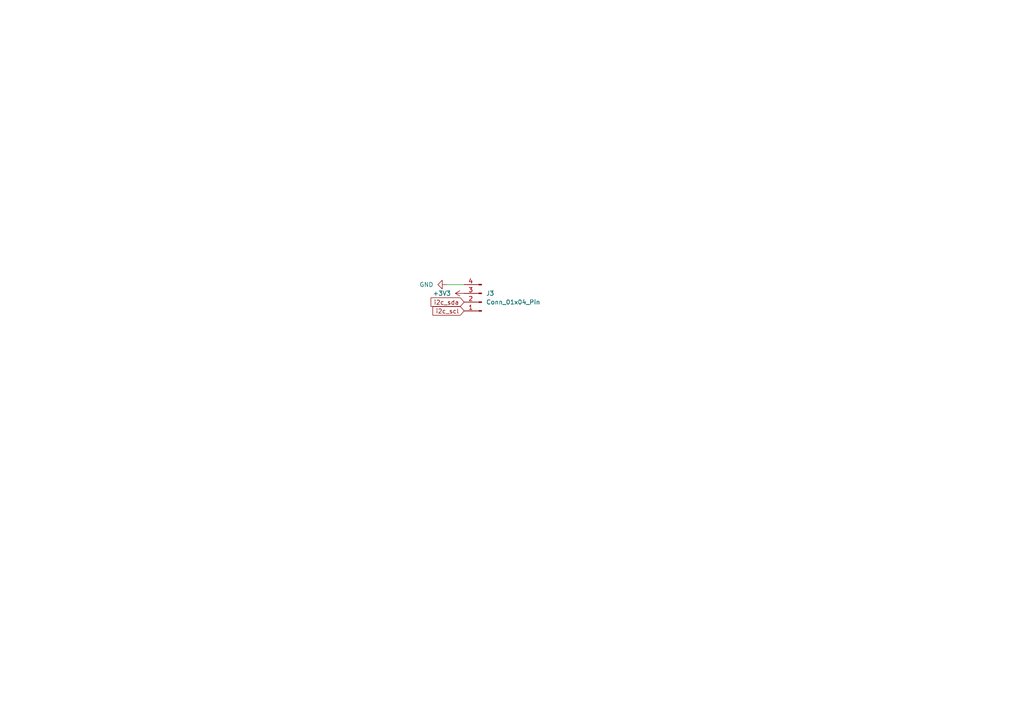
<source format=kicad_sch>
(kicad_sch (version 20230121) (generator eeschema)
  (paper "A4")
  (lib_symbols
    (symbol "Connector:Conn_01x04_Pin" (pin_names (offset 1.016) hide)
      (property "Reference" "J" (at 0 5.08 0))
      (property "Value" "Conn_01x04_Pin" (at 0 -7.62 0))
      (symbol "Conn_01x04_Pin_1_1"
        (polyline (pts (xy 1.27 -5.08) (xy 0.8636 -5.08)) (stroke (width 0.1524)))
        (polyline (pts (xy 1.27 -2.54) (xy 0.8636 -2.54)) (stroke (width 0.1524)))
        (polyline (pts (xy 1.27 0) (xy 0.8636 0)) (stroke (width 0.1524)))
        (polyline (pts (xy 1.27 2.54) (xy 0.8636 2.54)) (stroke (width 0.1524)))
        (rectangle (start 0.8636 -4.953) (end 0 -5.207) (stroke (width 0.1524)) (fill (type outline)))
        (rectangle (start 0.8636 -2.413) (end 0 -2.667) (stroke (width 0.1524)) (fill (type outline)))
        (rectangle (start 0.8636 0.127) (end 0 -0.127) (stroke (width 0.1524)) (fill (type outline)))
        (rectangle (start 0.8636 2.667) (end 0 2.413) (stroke (width 0.1524)) (fill (type outline)))
        (pin passive line (at 5.08 2.54 180) (length 3.81) (name "Pin_1") (number "1"))
        (pin passive line (at 5.08 0 180) (length 3.81) (name "Pin_2") (number "2"))
        (pin passive line (at 5.08 -2.54 180) (length 3.81) (name "Pin_3") (number "3"))
        (pin passive line (at 5.08 -5.08 180) (length 3.81) (name "Pin_4") (number "4"))
      )
    )
    (symbol "power:+3V3" (power) (pin_names (offset 0))
      (property "Value" "+3V3" (at 0 3.556 0))
      (symbol "+3V3_0_1"
        (polyline (pts (xy -0.762 1.27) (xy 0 2.54)))
        (polyline (pts (xy 0 0) (xy 0 2.54)))
        (polyline (pts (xy 0 2.54) (xy 0.762 1.27)))
      )
      (symbol "+3V3_1_1"
        (pin power_in line (at 0 0 90) (length 0) hide (name "+3V3") (number "1"))
      )
    )
    (symbol "power:GND" (power) (pin_names (offset 0))
      (property "Value" "GND" (at 0 -3.81 0))
      (symbol "GND_0_1"
        (polyline (pts (xy 0 0) (xy 0 -1.27) (xy 1.27 -1.27) (xy 0 -2.54) (xy -1.27 -1.27) (xy 0 -1.27)))
      )
      (symbol "GND_1_1"
        (pin power_in line (at 0 0 270) (length 0) hide (name "GND") (number "1"))
      )
    )
  )
  (wire (pts (xy 129.54 82.55) (xy 134.62 82.55)))
  (global_label "i2c_scl" (shape input) (at 134.62 90.17 180) (property "Intersheetrefs" "${INTERSHEET_REFS}" (effects hide)))
  (global_label "i2c_sda" (shape input) (at 134.62 87.63 180) (property "Intersheetrefs" "${INTERSHEET_REFS}" (effects hide)))
  (symbol (lib_id "Connector:Conn_01x04_Pin") (at 139.7 87.63 180) (unit 1)
    (property "Reference" "J3" (at 140.97 85.09 0) (effects (justify right)))
    (property "Value" "Conn_01x04_Pin" (at 140.97 87.63 0) (effects (justify right)))
    (property "Footprint" "Connector_PinHeader_2.54mm:PinHeader_1x04_P2.54mm_Vertical" (effects hide))
  )
  (symbol (lib_id "power:GND") (at 129.54 82.55 270) (unit 1)
    (property "Reference" "#PWR043" (effects hide))
    (property "Value" "GND" (at 125.73 82.55 90) (effects (justify right)))
  )
  (symbol (lib_id "power:+3V3") (at 134.62 85.09 90) (unit 1)
    (property "Reference" "#PWR042" (effects hide))
    (property "Value" "+3V3" (at 130.81 85.09 90) (effects (justify left)))
  )
)
</source>
